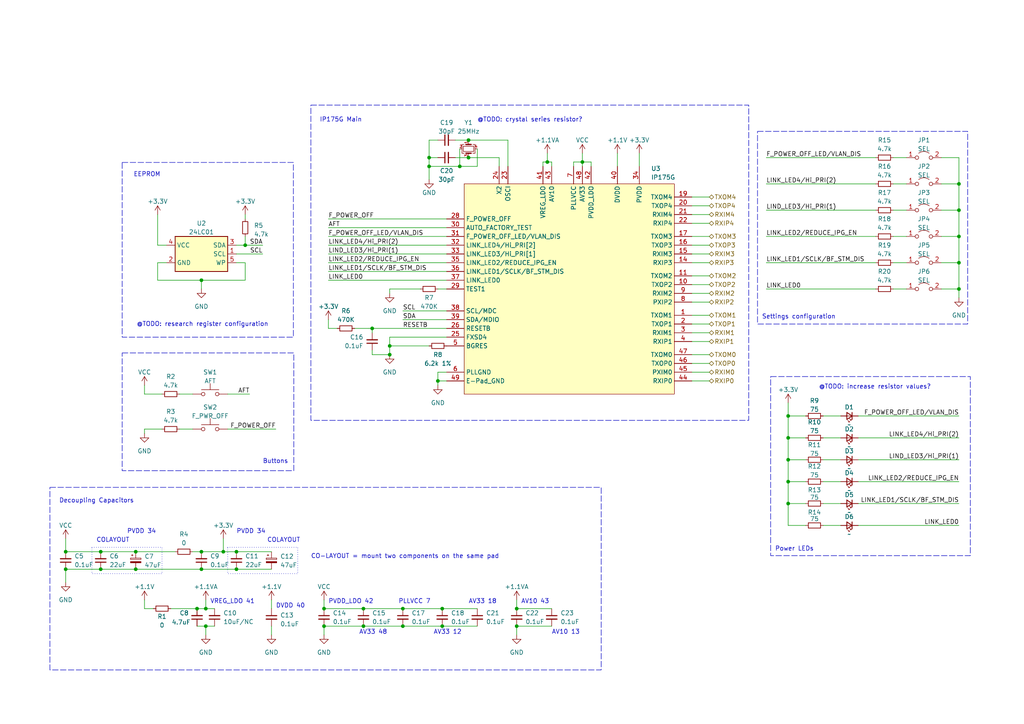
<source format=kicad_sch>
(kicad_sch (version 20230409) (generator eeschema)
  (paper "A4")
  (title_block (title "MUREX Ethernet Switch") (date "2023-09-01") (rev "V1.0") (company "MUREX Robotics [Byran Huang and Max Liu]") (comment 1 "utilizing the IC Plus IP175G and external magnetics") (comment 2 "Ultra-compact 5 port unmanaged ethernet switch") (comment 3 "// TECHNOLOGY FOR ALL.") (comment 4 "// ATTEMPT THE IMPOSSIBLE."))
  (lib_symbols
    (symbol "24-EEPROM-SOT-23-5:24LC01"
      (property "Reference" "U" (at -6.35 -6.35 0))
      (property "Value" "24LC01" (at 3.81 -6.35 0))
      (symbol "24LC01_1_1"
        (rectangle (start -7.62 5.08) (end 7.62 -5.08) (stroke (width 0.254)) (fill (type background)))
        (pin input line (at 10.16 0 180) (length 2.54) (name "SCL") (number "1"))
        (pin power_in line (at -10.16 -2.54 0) (length 2.54) (name "GND") (number "2"))
        (pin bidirectional line (at 10.16 2.54 180) (length 2.54) (name "SDA") (number "3"))
        (pin power_in line (at -10.16 2.54 0) (length 2.54) (name "VCC") (number "4"))
        (pin input line (at 10.16 -2.54 180) (length 2.54) (name "WP") (number "5"))
      )
    )
    (symbol "Device:C_Polarized_Small" (pin_numbers hide) (pin_names (offset 0.254) hide)
      (property "Reference" "C" (at 0.254 1.778 0))
      (property "Value" "C_Polarized_Small" (at 0.254 -2.032 0))
      (symbol "C_Polarized_Small_0_1"
        (rectangle (start -1.524 -0.3048) (end 1.524 -0.6858) (fill (type outline)))
        (rectangle (start -1.524 0.6858) (end 1.524 0.3048))
        (polyline (pts (xy -1.27 1.524) (xy -0.762 1.524)))
        (polyline (pts (xy -1.016 1.27) (xy -1.016 1.778)))
      )
      (symbol "C_Polarized_Small_1_1"
        (pin passive line (at 0 2.54 270) (length 1.8542) (name "~") (number "1"))
        (pin passive line (at 0 -2.54 90) (length 1.8542) (name "~") (number "2"))
      )
    )
    (symbol "Device:C_Small" (pin_numbers hide) (pin_names (offset 0.254) hide)
      (property "Reference" "C" (at 0.254 1.778 0))
      (property "Value" "C_Small" (at 0.254 -2.032 0))
      (symbol "C_Small_0_1"
        (polyline (pts (xy -1.524 -0.508) (xy 1.524 -0.508)) (stroke (width 0.3302)))
        (polyline (pts (xy -1.524 0.508) (xy 1.524 0.508)) (stroke (width 0.3048)))
      )
      (symbol "C_Small_1_1"
        (pin passive line (at 0 2.54 270) (length 2.032) (name "~") (number "1"))
        (pin passive line (at 0 -2.54 90) (length 2.032) (name "~") (number "2"))
      )
    )
    (symbol "Device:Crystal_GND24_Small" (pin_names (offset 1.016) hide)
      (property "Reference" "Y" (at 1.27 4.445 0))
      (property "Value" "Crystal_GND24_Small" (at 1.27 2.54 0))
      (symbol "Crystal_GND24_Small_0_1"
        (rectangle (start -0.762 -1.524) (end 0.762 1.524))
        (polyline (pts (xy -1.27 -0.762) (xy -1.27 0.762)) (stroke (width 0.381)))
        (polyline (pts (xy 1.27 -0.762) (xy 1.27 0.762)) (stroke (width 0.381)))
        (polyline (pts (xy -1.27 -1.27) (xy -1.27 -1.905) (xy 1.27 -1.905) (xy 1.27 -1.27)))
        (polyline (pts (xy -1.27 1.27) (xy -1.27 1.905) (xy 1.27 1.905) (xy 1.27 1.27)))
      )
      (symbol "Crystal_GND24_Small_1_1"
        (pin passive line (at -2.54 0 0) (length 1.27) (name "1") (number "1"))
        (pin passive line (at 0 -2.54 90) (length 0.635) (name "2") (number "2"))
        (pin passive line (at 2.54 0 180) (length 1.27) (name "3") (number "3"))
        (pin passive line (at 0 2.54 270) (length 0.635) (name "4") (number "4"))
      )
    )
    (symbol "Device:LED_Small" (pin_numbers hide) (pin_names (offset 0.254) hide)
      (property "Reference" "D" (at -1.27 3.175 0))
      (property "Value" "LED_Small" (at -4.445 -2.54 0))
      (symbol "LED_Small_0_1"
        (polyline (pts (xy -0.762 -1.016) (xy -0.762 1.016)) (stroke (width 0.254)))
        (polyline (pts (xy 1.016 0) (xy -0.762 0)))
        (polyline (pts (xy 0.762 -1.016) (xy -0.762 0) (xy 0.762 1.016) (xy 0.762 -1.016)) (stroke (width 0.254)))
        (polyline (pts (xy 0 0.762) (xy -0.508 1.27) (xy -0.254 1.27) (xy -0.508 1.27) (xy -0.508 1.016)))
        (polyline (pts (xy 0.508 1.27) (xy 0 1.778) (xy 0.254 1.778) (xy 0 1.778) (xy 0 1.524)))
      )
      (symbol "LED_Small_1_1"
        (pin passive line (at -2.54 0 0) (length 1.778) (name "K") (number "1"))
        (pin passive line (at 2.54 0 180) (length 1.778) (name "A") (number "2"))
      )
    )
    (symbol "Device:R_Small" (pin_numbers hide) (pin_names (offset 0.254) hide)
      (property "Reference" "R" (at 0.762 0.508 0))
      (property "Value" "R_Small" (at 0.762 -1.016 0))
      (symbol "R_Small_0_1"
        (rectangle (start -0.762 1.778) (end 0.762 -1.778) (stroke (width 0.2032)))
      )
      (symbol "R_Small_1_1"
        (pin passive line (at 0 2.54 270) (length 0.762) (name "~") (number "1"))
        (pin passive line (at 0 -2.54 90) (length 0.762) (name "~") (number "2"))
      )
    )
    (symbol "IP175G:IP175G"
      (property "Reference" "U" (at -29.21 31.75 0))
      (property "Value" "IP175G" (at 26.67 31.75 0))
      (symbol "IP175G_1_0"
        (pin unspecified line (at 35.56 -7.62 180) (length 5.08) (name "TXOM1") (number "1"))
        (pin unspecified line (at 35.56 1.27 180) (length 5.08) (name "TXOP2") (number "10"))
        (pin unspecified line (at 35.56 3.81 180) (length 5.08) (name "TXOM2") (number "11"))
        (pin passive line (at 3.81 35.56 270) (length 5.08) hide (name "AV33") (number "12"))
        (pin passive line (at -5.08 35.56 270) (length 5.08) hide (name "AV10") (number "13"))
        (pin unspecified line (at 35.56 7.62 180) (length 5.08) (name "RXIP3") (number "14"))
        (pin unspecified line (at 35.56 10.16 180) (length 5.08) (name "RXIM3") (number "15"))
        (pin unspecified line (at 35.56 12.7 180) (length 5.08) (name "TXOP3") (number "16"))
        (pin unspecified line (at 35.56 15.24 180) (length 5.08) (name "TXOM3") (number "17"))
        (pin passive line (at 3.81 35.56 270) (length 5.08) hide (name "AV33") (number "18"))
        (pin unspecified line (at 35.56 26.67 180) (length 5.08) (name "TXOM4") (number "19"))
        (pin unspecified line (at 35.56 -10.16 180) (length 5.08) (name "TXOP1") (number "2"))
        (pin unspecified line (at 35.56 24.13 180) (length 5.08) (name "TXOP4") (number "20"))
        (pin unspecified line (at 35.56 21.59 180) (length 5.08) (name "RXIM4") (number "21"))
        (pin unspecified line (at 35.56 19.05 180) (length 5.08) (name "RXIP4") (number "22"))
        (pin unspecified line (at -17.78 35.56 270) (length 5.08) (name "OSCI") (number "23"))
        (pin unspecified line (at -20.32 35.56 270) (length 5.08) (name "X2") (number "24"))
        (pin unspecified line (at -35.56 -13.97 0) (length 5.08) (name "FXSD4") (number "25"))
        (pin unspecified line (at -35.56 -11.43 0) (length 5.08) (name "RESETB") (number "26"))
        (pin passive line (at 13.97 35.56 270) (length 5.08) hide (name "DVDD") (number "27"))
        (pin unspecified line (at -35.56 20.32 0) (length 5.08) (name "F_POWER_OFF") (number "28"))
        (pin unspecified line (at -35.56 0 0) (length 5.08) (name "TEST1") (number "29"))
        (pin unspecified line (at 35.56 -12.7 180) (length 5.08) (name "RXIM1") (number "3"))
        (pin unspecified line (at -35.56 17.78 0) (length 5.08) (name "AUTO_FACTORY_TEST") (number "30"))
        (pin unspecified line (at -35.56 15.24 0) (length 5.08) (name "F_POWER_OFF_LED/VLAN_DIS") (number "31"))
        (pin unspecified line (at -35.56 12.7 0) (length 5.08) (name "LINK_LED4/Hi_PRI[2]") (number "32"))
        (pin unspecified line (at -35.56 10.16 0) (length 5.08) (name "LINK_LED3/Hi_PRI[1]") (number "33"))
        (pin unspecified line (at 20.32 35.56 270) (length 5.08) (name "PVDD") (number "34"))
        (pin unspecified line (at -35.56 7.62 0) (length 5.08) (name "LINK_LED2/REDUCE_IPG_EN") (number "35"))
        (pin unspecified line (at -35.56 5.08 0) (length 5.08) (name "LINK_LED1/SCLK/BF_STM_DIS") (number "36"))
        (pin unspecified line (at -35.56 2.54 0) (length 5.08) (name "LINK_LED0") (number "37"))
        (pin unspecified line (at -35.56 -6.35 0) (length 5.08) (name "SCL/MDC") (number "38"))
        (pin unspecified line (at -35.56 -8.89 0) (length 5.08) (name "SDA/MDIO") (number "39"))
        (pin unspecified line (at 35.56 -15.24 180) (length 5.08) (name "RXIP1") (number "4"))
        (pin unspecified line (at 13.97 35.56 270) (length 5.08) (name "DVDD") (number "40"))
        (pin unspecified line (at -7.62 35.56 270) (length 5.08) (name "VREG_LDO") (number "41"))
        (pin unspecified line (at 6.35 35.56 270) (length 5.08) (name "PVDD_LDO") (number "42"))
        (pin unspecified line (at -5.08 35.56 270) (length 5.08) (name "AV10") (number "43"))
        (pin unspecified line (at 35.56 -26.67 180) (length 5.08) (name "RXIP0") (number "44"))
        (pin unspecified line (at 35.56 -24.13 180) (length 5.08) (name "PXIM0") (number "45"))
        (pin unspecified line (at 35.56 -21.59 180) (length 5.08) (name "TXOP0") (number "46"))
        (pin unspecified line (at 35.56 -19.05 180) (length 5.08) (name "TXOM0") (number "47"))
        (pin unspecified line (at 3.81 35.56 270) (length 5.08) (name "AV33") (number "48"))
        (pin power_in line (at -35.56 -26.67 0) (length 5.08) (name "E-Pad_GND") (number "49"))
        (pin unspecified line (at -35.56 -16.51 0) (length 5.08) (name "BGRES") (number "5"))
        (pin unspecified line (at -35.56 -24.13 0) (length 5.08) (name "PLLGND") (number "6"))
        (pin unspecified line (at 1.27 35.56 270) (length 5.08) (name "PLLVCC") (number "7"))
        (pin unspecified line (at 35.56 -3.81 180) (length 5.08) (name "PXIP2") (number "8"))
        (pin unspecified line (at 35.56 -1.27 180) (length 5.08) (name "RXIM2") (number "9"))
      )
      (symbol "IP175G_1_1"
        (rectangle (start -30.48 30.48) (end 30.48 -30.48) (fill (type background)))
      )
    )
    (symbol "Jumper:Jumper_2_Open" (pin_names (offset 0) hide)
      (property "Reference" "JP" (at 0 2.794 0))
      (property "Value" "Jumper_2_Open" (at 0 -2.286 0))
      (symbol "Jumper_2_Open_0_0"
        (circle (center -2.032 0) (radius 0.508))
        (circle (center 2.032 0) (radius 0.508))
      )
      (symbol "Jumper_2_Open_0_1"
        (arc (start 1.524 1.27) (mid 0 1.778) (end -1.524 1.27))
      )
      (symbol "Jumper_2_Open_1_1"
        (pin passive line (at -5.08 0 0) (length 2.54) (name "A") (number "1"))
        (pin passive line (at 5.08 0 180) (length 2.54) (name "B") (number "2"))
      )
    )
    (symbol "Switch:SW_Push" (pin_numbers hide) (pin_names (offset 1.016) hide)
      (property "Reference" "SW" (at 1.27 2.54 0))
      (property "Value" "SW_Push" (at 0 -1.524 0))
      (symbol "SW_Push_0_1"
        (circle (center -2.032 0) (radius 0.508))
        (polyline (pts (xy 0 1.27) (xy 0 3.048)))
        (polyline (pts (xy 2.54 1.27) (xy -2.54 1.27)))
        (circle (center 2.032 0) (radius 0.508))
        (pin passive line (at -5.08 0 0) (length 2.54) (name "1") (number "1"))
        (pin passive line (at 5.08 0 180) (length 2.54) (name "2") (number "2"))
      )
    )
    (symbol "power:+1V1" (power) (pin_names (offset 0))
      (property "Value" "+1V1" (at 0 3.556 0))
      (symbol "+1V1_0_1"
        (polyline (pts (xy -0.762 1.27) (xy 0 2.54)))
        (polyline (pts (xy 0 0) (xy 0 2.54)))
        (polyline (pts (xy 0 2.54) (xy 0.762 1.27)))
      )
      (symbol "+1V1_1_1"
        (pin power_in line (at 0 0 90) (length 0) hide (name "+1V1") (number "1"))
      )
    )
    (symbol "power:+3.3V" (power) (pin_names (offset 0))
      (property "Value" "+3.3V" (at 0 3.556 0))
      (symbol "+3.3V_0_1"
        (polyline (pts (xy -0.762 1.27) (xy 0 2.54)))
        (polyline (pts (xy 0 0) (xy 0 2.54)))
        (polyline (pts (xy 0 2.54) (xy 0.762 1.27)))
      )
      (symbol "+3.3V_1_1"
        (pin power_in line (at 0 0 90) (length 0) hide (name "+3.3V") (number "1"))
      )
    )
    (symbol "power:GND" (power) (pin_names (offset 0))
      (property "Value" "GND" (at 0 -3.81 0))
      (symbol "GND_0_1"
        (polyline (pts (xy 0 0) (xy 0 -1.27) (xy 1.27 -1.27) (xy 0 -2.54) (xy -1.27 -1.27) (xy 0 -1.27)))
      )
      (symbol "GND_1_1"
        (pin power_in line (at 0 0 270) (length 0) hide (name "GND") (number "1"))
      )
    )
    (symbol "power:VCC" (power) (pin_names (offset 0))
      (property "Value" "VCC" (at 0 3.81 0))
      (symbol "VCC_0_1"
        (polyline (pts (xy -0.762 1.27) (xy 0 2.54)))
        (polyline (pts (xy 0 0) (xy 0 2.54)))
        (polyline (pts (xy 0 2.54) (xy 0.762 1.27)))
      )
      (symbol "VCC_1_1"
        (pin power_in line (at 0 0 90) (length 0) hide (name "VCC") (number "1"))
      )
    )
  )
  (junction (at 278.13 68.58))
  (junction (at 228.6 127))
  (junction (at 228.6 139.7))
  (junction (at 105.41 181.61))
  (junction (at 39.37 165.1))
  (junction (at 59.69 176.53))
  (junction (at 149.86 176.53))
  (junction (at 113.03 100.33))
  (junction (at 29.21 160.02))
  (junction (at 93.98 181.61))
  (junction (at 68.58 160.02))
  (junction (at 68.58 165.1))
  (junction (at 278.13 60.96))
  (junction (at 71.12 71.12))
  (junction (at 228.6 120.65))
  (junction (at 168.91 46.99))
  (junction (at 57.15 176.53))
  (junction (at 116.84 181.61))
  (junction (at 278.13 76.2))
  (junction (at 124.46 48.26))
  (junction (at 128.27 181.61))
  (junction (at 107.95 95.25))
  (junction (at 228.6 133.35))
  (junction (at 135.89 45.72))
  (junction (at 124.46 45.72))
  (junction (at 105.41 176.53))
  (junction (at 149.86 181.61))
  (junction (at 58.42 165.1))
  (junction (at 228.6 146.05))
  (junction (at 39.37 160.02))
  (junction (at 278.13 53.34))
  (junction (at 58.42 160.02))
  (junction (at 158.75 46.99))
  (junction (at 133.35 48.26))
  (junction (at 19.05 160.02))
  (junction (at 135.89 40.64))
  (junction (at 128.27 176.53))
  (junction (at 127 110.49))
  (junction (at 58.42 81.28))
  (junction (at 113.03 102.87))
  (junction (at 93.98 176.53))
  (junction (at 59.69 181.61))
  (junction (at 278.13 83.82))
  (junction (at 116.84 176.53))
  (junction (at 64.77 160.02))
  (junction (at 29.21 165.1))
  (junction (at 19.05 165.1))
  (wire (pts (xy 116.84 181.61) (xy 128.27 181.61)))
  (wire (pts (xy 171.45 46.99) (xy 171.45 48.26)))
  (wire (pts (xy 124.46 45.72) (xy 127 45.72)))
  (wire (pts (xy 71.12 76.2) (xy 68.58 76.2)))
  (wire (pts (xy 248.92 120.65) (xy 278.13 120.65)))
  (wire (pts (xy 95.25 78.74) (xy 129.54 78.74)))
  (wire (pts (xy 135.89 40.64) (xy 147.32 40.64)))
  (wire (pts (xy 107.95 95.25) (xy 129.54 95.25)))
  (wire (pts (xy 205.74 96.52) (xy 200.66 96.52)))
  (wire (pts (xy 127 40.64) (xy 124.46 40.64)))
  (wire (pts (xy 66.04 114.3) (xy 72.39 114.3)))
  (wire (pts (xy 228.6 127) (xy 233.68 127)))
  (wire (pts (xy 132.08 40.64) (xy 135.89 40.64)))
  (wire (pts (xy 179.07 44.45) (xy 179.07 48.26)))
  (wire (pts (xy 133.35 43.18) (xy 133.35 48.26)))
  (wire (pts (xy 205.74 73.66) (xy 200.66 73.66)))
  (wire (pts (xy 45.72 76.2) (xy 45.72 81.28)))
  (wire (pts (xy 168.91 46.99) (xy 171.45 46.99)))
  (wire (pts (xy 58.42 81.28) (xy 71.12 81.28)))
  (wire (pts (xy 273.05 53.34) (xy 278.13 53.34)))
  (wire (pts (xy 166.37 46.99) (xy 168.91 46.99)))
  (wire (pts (xy 107.95 102.87) (xy 113.03 102.87)))
  (wire (pts (xy 29.21 165.1) (xy 39.37 165.1)))
  (wire (pts (xy 116.84 176.53) (xy 128.27 176.53)))
  (wire (pts (xy 41.91 125.73) (xy 41.91 124.46)))
  (wire (pts (xy 129.54 83.82) (xy 127 83.82)))
  (wire (pts (xy 273.05 76.2) (xy 278.13 76.2)))
  (wire (pts (xy 205.74 87.63) (xy 200.66 87.63)))
  (wire (pts (xy 133.35 48.26) (xy 138.43 48.26)))
  (wire (pts (xy 113.03 83.82) (xy 113.03 85.09)))
  (wire (pts (xy 59.69 181.61) (xy 62.23 181.61)))
  (wire (pts (xy 57.15 176.53) (xy 59.69 176.53)))
  (wire (pts (xy 102.87 95.25) (xy 107.95 95.25)))
  (wire (pts (xy 205.74 110.49) (xy 200.66 110.49)))
  (wire (pts (xy 205.74 57.15) (xy 200.66 57.15)))
  (wire (pts (xy 39.37 160.02) (xy 50.8 160.02)))
  (wire (pts (xy 49.53 176.53) (xy 57.15 176.53)))
  (wire (pts (xy 144.78 45.72) (xy 144.78 48.26)))
  (wire (pts (xy 205.74 102.87) (xy 200.66 102.87)))
  (wire (pts (xy 228.6 152.4) (xy 233.68 152.4)))
  (wire (pts (xy 205.74 80.01) (xy 200.66 80.01)))
  (wire (pts (xy 185.42 44.45) (xy 185.42 48.26)))
  (wire (pts (xy 71.12 71.12) (xy 76.2 71.12)))
  (wire (pts (xy 238.76 133.35) (xy 243.84 133.35)))
  (wire (pts (xy 71.12 68.58) (xy 71.12 71.12)))
  (wire (pts (xy 59.69 184.15) (xy 59.69 181.61)))
  (wire (pts (xy 259.08 45.72) (xy 262.89 45.72)))
  (wire (pts (xy 135.89 45.72) (xy 144.78 45.72)))
  (wire (pts (xy 59.69 176.53) (xy 62.23 176.53)))
  (wire (pts (xy 205.74 64.77) (xy 200.66 64.77)))
  (wire (pts (xy 95.25 92.71) (xy 95.25 95.25)))
  (wire (pts (xy 95.25 73.66) (xy 129.54 73.66)))
  (wire (pts (xy 66.04 124.46) (xy 80.01 124.46)))
  (wire (pts (xy 259.08 76.2) (xy 262.89 76.2)))
  (wire (pts (xy 113.03 97.79) (xy 113.03 100.33)))
  (wire (pts (xy 228.6 146.05) (xy 233.68 146.05)))
  (wire (pts (xy 41.91 111.76) (xy 41.91 114.3)))
  (wire (pts (xy 168.91 44.45) (xy 168.91 46.99)))
  (wire (pts (xy 19.05 165.1) (xy 29.21 165.1)))
  (wire (pts (xy 228.6 139.7) (xy 228.6 146.05)))
  (wire (pts (xy 259.08 60.96) (xy 262.89 60.96)))
  (wire (pts (xy 129.54 107.95) (xy 127 107.95)))
  (wire (pts (xy 248.92 152.4) (xy 278.13 152.4)))
  (wire (pts (xy 248.92 146.05) (xy 278.13 146.05)))
  (wire (pts (xy 113.03 102.87) (xy 113.03 100.33)))
  (wire (pts (xy 248.92 127) (xy 278.13 127)))
  (wire (pts (xy 78.74 173.99) (xy 78.74 176.53)))
  (wire (pts (xy 41.91 173.99) (xy 41.91 176.53)))
  (wire (pts (xy 58.42 160.02) (xy 64.77 160.02)))
  (wire (pts (xy 68.58 160.02) (xy 78.74 160.02)))
  (wire (pts (xy 52.07 124.46) (xy 55.88 124.46)))
  (wire (pts (xy 105.41 181.61) (xy 116.84 181.61)))
  (wire (pts (xy 129.54 97.79) (xy 113.03 97.79)))
  (wire (pts (xy 205.74 82.55) (xy 200.66 82.55)))
  (wire (pts (xy 124.46 40.64) (xy 124.46 45.72)))
  (wire (pts (xy 205.74 68.58) (xy 200.66 68.58)))
  (wire (pts (xy 95.25 63.5) (xy 129.54 63.5)))
  (wire (pts (xy 205.74 62.23) (xy 200.66 62.23)))
  (wire (pts (xy 59.69 173.99) (xy 59.69 176.53)))
  (wire (pts (xy 71.12 81.28) (xy 71.12 76.2)))
  (wire (pts (xy 129.54 92.71) (xy 116.84 92.71)))
  (wire (pts (xy 95.25 71.12) (xy 129.54 71.12)))
  (wire (pts (xy 205.74 76.2) (xy 200.66 76.2)))
  (wire (pts (xy 129.54 90.17) (xy 116.84 90.17)))
  (wire (pts (xy 68.58 73.66) (xy 76.2 73.66)))
  (wire (pts (xy 228.6 120.65) (xy 228.6 127)))
  (wire (pts (xy 57.15 181.61) (xy 59.69 181.61)))
  (wire (pts (xy 238.76 127) (xy 243.84 127)))
  (wire (pts (xy 121.92 83.82) (xy 113.03 83.82)))
  (wire (pts (xy 160.02 46.99) (xy 160.02 48.26)))
  (wire (pts (xy 228.6 133.35) (xy 228.6 139.7)))
  (wire (pts (xy 19.05 156.21) (xy 19.05 160.02)))
  (wire (pts (xy 105.41 176.53) (xy 116.84 176.53)))
  (wire (pts (xy 278.13 53.34) (xy 278.13 60.96)))
  (wire (pts (xy 222.25 68.58) (xy 254 68.58)))
  (wire (pts (xy 127 107.95) (xy 127 110.49)))
  (wire (pts (xy 58.42 165.1) (xy 68.58 165.1)))
  (wire (pts (xy 95.25 95.25) (xy 97.79 95.25)))
  (wire (pts (xy 222.25 45.72) (xy 254 45.72)))
  (wire (pts (xy 107.95 102.87) (xy 107.95 101.6)))
  (wire (pts (xy 205.74 107.95) (xy 200.66 107.95)))
  (wire (pts (xy 107.95 95.25) (xy 107.95 96.52)))
  (wire (pts (xy 259.08 53.34) (xy 262.89 53.34)))
  (wire (pts (xy 41.91 124.46) (xy 46.99 124.46)))
  (wire (pts (xy 158.75 44.45) (xy 158.75 46.99)))
  (wire (pts (xy 41.91 114.3) (xy 46.99 114.3)))
  (wire (pts (xy 93.98 184.15) (xy 93.98 181.61)))
  (wire (pts (xy 238.76 120.65) (xy 243.84 120.65)))
  (wire (pts (xy 238.76 146.05) (xy 243.84 146.05)))
  (wire (pts (xy 205.74 93.98) (xy 200.66 93.98)))
  (wire (pts (xy 95.25 81.28) (xy 129.54 81.28)))
  (wire (pts (xy 64.77 156.21) (xy 64.77 160.02)))
  (wire (pts (xy 205.74 105.41) (xy 200.66 105.41)))
  (wire (pts (xy 228.6 139.7) (xy 233.68 139.7)))
  (wire (pts (xy 128.27 176.53) (xy 138.43 176.53)))
  (wire (pts (xy 29.21 160.02) (xy 39.37 160.02)))
  (wire (pts (xy 64.77 160.02) (xy 68.58 160.02)))
  (wire (pts (xy 124.46 52.07) (xy 124.46 48.26)))
  (wire (pts (xy 248.92 139.7) (xy 278.13 139.7)))
  (wire (pts (xy 127 110.49) (xy 129.54 110.49)))
  (wire (pts (xy 71.12 63.5) (xy 71.12 62.23)))
  (wire (pts (xy 278.13 60.96) (xy 278.13 68.58)))
  (wire (pts (xy 68.58 71.12) (xy 71.12 71.12)))
  (wire (pts (xy 228.6 120.65) (xy 233.68 120.65)))
  (wire (pts (xy 93.98 176.53) (xy 105.41 176.53)))
  (wire (pts (xy 52.07 114.3) (xy 55.88 114.3)))
  (wire (pts (xy 19.05 165.1) (xy 19.05 168.91)))
  (wire (pts (xy 68.58 165.1) (xy 78.74 165.1)))
  (wire (pts (xy 278.13 68.58) (xy 278.13 76.2)))
  (wire (pts (xy 157.48 46.99) (xy 158.75 46.99)))
  (wire (pts (xy 278.13 76.2) (xy 278.13 83.82)))
  (wire (pts (xy 55.88 160.02) (xy 58.42 160.02)))
  (wire (pts (xy 149.86 176.53) (xy 160.02 176.53)))
  (wire (pts (xy 273.05 83.82) (xy 278.13 83.82)))
  (wire (pts (xy 149.86 184.15) (xy 149.86 181.61)))
  (wire (pts (xy 124.46 48.26) (xy 133.35 48.26)))
  (wire (pts (xy 205.74 85.09) (xy 200.66 85.09)))
  (wire (pts (xy 132.08 45.72) (xy 135.89 45.72)))
  (wire (pts (xy 124.46 100.33) (xy 113.03 100.33)))
  (wire (pts (xy 93.98 173.99) (xy 93.98 176.53)))
  (wire (pts (xy 228.6 127) (xy 228.6 133.35)))
  (wire (pts (xy 222.25 83.82) (xy 254 83.82)))
  (wire (pts (xy 58.42 83.82) (xy 58.42 81.28)))
  (wire (pts (xy 158.75 46.99) (xy 160.02 46.99)))
  (wire (pts (xy 95.25 68.58) (xy 129.54 68.58)))
  (wire (pts (xy 45.72 71.12) (xy 48.26 71.12)))
  (wire (pts (xy 278.13 45.72) (xy 278.13 53.34)))
  (wire (pts (xy 127 110.49) (xy 127 111.76)))
  (wire (pts (xy 128.27 181.61) (xy 138.43 181.61)))
  (wire (pts (xy 273.05 60.96) (xy 278.13 60.96)))
  (wire (pts (xy 228.6 133.35) (xy 233.68 133.35)))
  (wire (pts (xy 45.72 76.2) (xy 48.26 76.2)))
  (wire (pts (xy 205.74 91.44) (xy 200.66 91.44)))
  (wire (pts (xy 259.08 83.82) (xy 262.89 83.82)))
  (wire (pts (xy 228.6 146.05) (xy 228.6 152.4)))
  (wire (pts (xy 149.86 173.99) (xy 149.86 176.53)))
  (wire (pts (xy 205.74 71.12) (xy 200.66 71.12)))
  (wire (pts (xy 45.72 81.28) (xy 58.42 81.28)))
  (wire (pts (xy 93.98 181.61) (xy 105.41 181.61)))
  (wire (pts (xy 222.25 76.2) (xy 254 76.2)))
  (wire (pts (xy 147.32 40.64) (xy 147.32 48.26)))
  (wire (pts (xy 78.74 184.15) (xy 78.74 181.61)))
  (wire (pts (xy 222.25 53.34) (xy 254 53.34)))
  (wire (pts (xy 248.92 133.35) (xy 278.13 133.35)))
  (wire (pts (xy 45.72 62.23) (xy 45.72 71.12)))
  (wire (pts (xy 166.37 48.26) (xy 166.37 46.99)))
  (wire (pts (xy 41.91 176.53) (xy 44.45 176.53)))
  (wire (pts (xy 238.76 139.7) (xy 243.84 139.7)))
  (wire (pts (xy 259.08 68.58) (xy 262.89 68.58)))
  (wire (pts (xy 238.76 152.4) (xy 243.84 152.4)))
  (wire (pts (xy 95.25 76.2) (xy 129.54 76.2)))
  (wire (pts (xy 138.43 43.18) (xy 138.43 48.26)))
  (wire (pts (xy 168.91 46.99) (xy 168.91 48.26)))
  (wire (pts (xy 149.86 181.61) (xy 160.02 181.61)))
  (wire (pts (xy 157.48 48.26) (xy 157.48 46.99)))
  (wire (pts (xy 124.46 45.72) (xy 124.46 48.26)))
  (wire (pts (xy 39.37 165.1) (xy 58.42 165.1)))
  (wire (pts (xy 278.13 83.82) (xy 278.13 86.36)))
  (wire (pts (xy 95.25 66.04) (xy 129.54 66.04)))
  (wire (pts (xy 228.6 116.84) (xy 228.6 120.65)))
  (wire (pts (xy 205.74 99.06) (xy 200.66 99.06)))
  (wire (pts (xy 273.05 68.58) (xy 278.13 68.58)))
  (wire (pts (xy 19.05 160.02) (xy 29.21 160.02)))
  (wire (pts (xy 222.25 60.96) (xy 254 60.96)))
  (wire (pts (xy 273.05 45.72) (xy 278.13 45.72)))
  (wire (pts (xy 205.74 59.69) (xy 200.66 59.69)))
  (rectangle (start 223.52 109.22) (end 281.432 161.163) (stroke (width 0) (type dash)))
  (rectangle (start 219.71 38.1) (end 280.67 93.98) (stroke (width 0) (type dash)))
  (rectangle (start 14.478 141.351) (end 174.371 194.31) (stroke (width 0) (type dash)))
  (rectangle (start 35.433 102.362) (end 85.217 136.525) (stroke (width 0) (type dash)))
  (rectangle (start 90.17 30.48) (end 217.17 121.92) (stroke (width 0) (type dash)))
  (rectangle (start 26.67 158.75) (end 46.99 166.37) (stroke (width 0) (type dot)))
  (rectangle (start 35.433 47.117) (end 85.09 97.79) (stroke (width 0) (type dash)))
  (rectangle (start 66.04 158.75) (end 86.36 166.37) (stroke (width 0) (type dot)))
  (text "AV33 12" (at 125.73 184.15 0) (effects (font (size 1.27 1.27)) (justify left bottom)))
  (text "PVDD 34" (at 68.58 154.94 0) (effects (font (size 1.27 1.27)) (justify left bottom)))
  (text "PLLVCC 7" (at 115.57 175.26 0) (effects (font (size 1.27 1.27)) (justify left bottom)))
  (text "EEPROM" (at 38.735 51.435 0) (effects (font (size 1.27 1.27)) (justify left bottom)))
  (text "Decoupling Capacitors" (at 17.145 146.05 0) (effects (font (size 1.27 1.27)) (justify left bottom)))
  (text "DVDD 40" (at 80.01 176.53 0) (effects (font (size 1.27 1.27)) (justify left bottom)))
  (text "Settings configuration" (at 220.98 92.71 0) (effects (font (size 1.27 1.27)) (justify left bottom)))
  (text "Power LEDs" (at 224.79 160.02 0) (effects (font (size 1.27 1.27)) (justify left bottom)))
  (text "VREG_LDO 41" (at 60.96 175.26 0) (effects (font (size 1.27 1.27)) (justify left bottom)))
  (text "Buttons" (at 76.2 134.62 0) (effects (font (size 1.27 1.27)) (justify left bottom)))
  (text "AV33 18" (at 135.89 175.26 0) (effects (font (size 1.27 1.27)) (justify left bottom)))
  (text "PVDD_LDO 42" (at 95.25 175.26 0) (effects (font (size 1.27 1.27)) (justify left bottom)))
  (text "AV10 43" (at 151.13 175.26 0) (effects (font (size 1.27 1.27)) (justify left bottom)))
  (text "@TODO: research register configuration" (at 39.624 94.869 0) (effects (font (size 1.27 1.27)) (justify left bottom)))
  (text "@TODO: increase resistor values?" (at 237.49 113.03 0) (effects (font (size 1.27 1.27)) (justify left bottom)))
  (text "AV33 48" (at 104.14 184.15 0) (effects (font (size 1.27 1.27)) (justify left bottom)))
  (text "CO-LAYOUT = mount two components on the same pad" (at 90.17 162.179 0) (effects (font (size 1.27 1.27)) (justify left bottom)))
  (text "@TODO: crystal series resistor?" (at 138.43 35.56 0) (effects (font (size 1.27 1.27)) (justify left bottom)))
  (text "COLAYOUT" (at 77.47 157.48 0) (effects (font (size 1.27 1.27)) (justify left bottom)))
  (text "IP175G Main" (at 92.71 35.56 0) (effects (font (size 1.27 1.27)) (justify left bottom)))
  (text "COLAYOUT" (at 27.94 157.48 0) (effects (font (size 1.27 1.27)) (justify left bottom)))
  (text "AV10 13" (at 160.02 184.15 0) (effects (font (size 1.27 1.27)) (justify left bottom)))
  (text "PVDD 34" (at 36.83 154.94 0) (effects (font (size 1.27 1.27)) (justify left bottom)))
  (label "SCL" (at 116.84 90.17 0))
  (label "LINK_LED0" (at 95.25 81.28 0))
  (label "LINK_LED1{slash}SCLK{slash}BF_STM_DIS" (at 278.13 146.05 180))
  (label "SDA" (at 76.2 71.12 180))
  (label "F_POWER_OFF" (at 95.25 63.5 0))
  (label "RESETB" (at 116.84 95.25 0))
  (label "LINK_LED4{slash}Hi_PRI(2)" (at 95.25 71.12 0))
  (label "LINK_LED2{slash}REDUCE_IPG_EN" (at 278.13 139.7 180))
  (label "LINK_LED1{slash}SCLK{slash}BF_STM_DIS" (at 95.25 78.74 0))
  (label "F_POWER_OFF_LED{slash}VLAN_DIS" (at 222.25 45.72 0))
  (label "LINK_LED1{slash}SCLK{slash}BF_STM_DIS" (at 222.25 76.2 0))
  (label "SDA" (at 116.84 92.71 0))
  (label "LINK_LED0" (at 222.25 83.82 0))
  (label "F_POWER_OFF_LED{slash}VLAN_DIS" (at 278.13 120.65 180))
  (label "F_POWER_OFF_LED{slash}VLAN_DIS" (at 95.25 68.58 0))
  (label "F_POWER_OFF" (at 80.01 124.46 180))
  (label "LINK_LED2{slash}REDUCE_IPG_EN" (at 222.25 68.58 0))
  (label "LINK_LED4{slash}Hi_PRI(2)" (at 278.13 127 180))
  (label "LINK_LED4{slash}Hi_PRI(2)" (at 222.25 53.34 0))
  (label "SCL" (at 76.2 73.66 180))
  (label "AFT" (at 95.25 66.04 0))
  (label "LIND_LED3{slash}Hi_PRI(1)" (at 278.13 133.35 180))
  (label "LIND_LED3{slash}Hi_PRI(1)" (at 95.25 73.66 0))
  (label "AFT" (at 72.39 114.3 180))
  (label "LINK_LED2{slash}REDUCE_IPG_EN" (at 95.25 76.2 0))
  (label "LINK_LED0" (at 278.13 152.4 180))
  (label "LIND_LED3{slash}Hi_PRI(1)" (at 222.25 60.96 0))
  (hierarchical_label "TXOM3" (shape bidirectional) (at 205.74 68.58 0))
  (hierarchical_label "RXIP4" (shape bidirectional) (at 205.74 64.77 0))
  (hierarchical_label "RXIM4" (shape bidirectional) (at 205.74 62.23 0))
  (hierarchical_label "TXOM2" (shape bidirectional) (at 205.74 80.01 0))
  (hierarchical_label "RXIP3" (shape bidirectional) (at 205.74 76.2 0))
  (hierarchical_label "TXOM0" (shape bidirectional) (at 205.74 102.87 0))
  (hierarchical_label "TXOP2" (shape bidirectional) (at 205.74 82.55 0))
  (hierarchical_label "RXIM2" (shape bidirectional) (at 205.74 85.09 0))
  (hierarchical_label "RXIP1" (shape bidirectional) (at 205.74 99.06 0))
  (hierarchical_label "TXOP0" (shape bidirectional) (at 205.74 105.41 0))
  (hierarchical_label "TXOP1" (shape bidirectional) (at 205.74 93.98 0))
  (hierarchical_label "RXIM0" (shape bidirectional) (at 205.74 107.95 0))
  (hierarchical_label "TXOP3" (shape bidirectional) (at 205.74 71.12 0))
  (hierarchical_label "TXOM1" (shape bidirectional) (at 205.74 91.44 0))
  (hierarchical_label "TXOM4" (shape bidirectional) (at 205.74 57.15 0))
  (hierarchical_label "RXIM1" (shape bidirectional) (at 205.74 96.52 0))
  (hierarchical_label "RXIM3" (shape bidirectional) (at 205.74 73.66 0))
  (hierarchical_label "RXIP0" (shape bidirectional) (at 205.74 110.49 0))
  (hierarchical_label "RXIP2" (shape bidirectional) (at 205.74 87.63 0))
  (hierarchical_label "TXOP4" (shape bidirectional) (at 205.74 59.69 0))
  (symbol (lib_id "Device:C_Small") (at 78.74 179.07 0) (unit 1)
    (property "Reference" "C13" (at 81.28 178.4413 0) (effects (justify left)))
    (property "Value" "0.1uF" (at 81.28 180.9813 0) (effects (justify left)))
    (property "Footprint" "Capacitor_SMD:C_0402_1005Metric" (effects hide))
  )
  (symbol (lib_id "power:GND") (at 93.98 184.15 0) (unit 1)
    (property "Reference" "#PWR019" (effects hide))
    (property "Value" "GND" (at 93.98 189.23 0))
  )
  (symbol (lib_id "24-EEPROM-SOT-23-5:24LC01") (at 58.42 73.66 0) (unit 1)
    (property "Reference" "U2" (at 58.42 64.77 0))
    (property "Value" "24LC01" (at 58.42 67.31 0))
    (property "Footprint" "Package_TO_SOT_SMD:SOT-23-5" (effects hide))
  )
  (symbol (lib_id "Device:R_Small") (at 236.22 120.65 90) (unit 1)
    (property "Reference" "R9" (at 236.22 116.205 90))
    (property "Value" "75" (at 236.22 118.745 90))
    (property "Footprint" "Resistor_SMD:R_0402_1005Metric" (effects hide))
  )
  (symbol (lib_id "Device:C_Small") (at 68.58 162.56 180) (unit 1)
    (property "Reference" "C11" (at 71.12 161.29 0) (effects (justify right)))
    (property "Value" "22uF" (at 71.12 163.83 0) (effects (justify right)))
    (property "Footprint" "Capacitor_SMD:C_0402_1005Metric" (effects hide))
  )
  (symbol (lib_id "power:VCC") (at 93.98 173.99 0) (unit 1)
    (property "Reference" "#PWR018" (effects hide))
    (property "Value" "VCC" (at 93.98 170.18 0))
  )
  (symbol (lib_id "Device:C_Small") (at 57.15 179.07 180) (unit 1)
    (property "Reference" "C8" (at 52.07 177.8 0) (effects (justify right)))
    (property "Value" "4.7uF" (at 49.784 180.467 0) (effects (justify right)))
    (property "Footprint" "Capacitor_SMD:C_0402_1005Metric" (effects hide))
  )
  (symbol (lib_id "Jumper:Jumper_2_Open") (at 267.97 60.96 0) (unit 1)
    (property "Reference" "JP3" (at 267.97 55.88 0))
    (property "Value" "SEL" (at 267.97 58.42 0))
    (property "Footprint" "Jumper:SolderJumper-2_P1.3mm_Open_Pad1.0x1.5mm" (effects hide))
  )
  (symbol (lib_id "Jumper:Jumper_2_Open") (at 267.97 83.82 0) (unit 1)
    (property "Reference" "JP6" (at 267.97 78.74 0))
    (property "Value" "SEL" (at 267.97 81.28 0))
    (property "Footprint" "Jumper:SolderJumper-2_P1.3mm_Open_Pad1.0x1.5mm" (effects hide))
  )
  (symbol (lib_id "Jumper:Jumper_2_Open") (at 267.97 68.58 0) (unit 1)
    (property "Reference" "JP4" (at 267.97 63.5 0))
    (property "Value" "SEL" (at 267.97 66.04 0))
    (property "Footprint" "Jumper:SolderJumper-2_P1.3mm_Open_Pad1.0x1.5mm" (effects hide))
  )
  (symbol (lib_id "Device:C_Small") (at 160.02 179.07 0) (unit 1)
    (property "Reference" "C23" (at 162.56 177.8 0) (effects (justify left)))
    (property "Value" "0.1uF" (at 162.56 180.34 0) (effects (justify left)))
    (property "Footprint" "Capacitor_SMD:C_0402_1005Metric" (effects hide))
  )
  (symbol (lib_id "Switch:SW_Push") (at 60.96 114.3 0) (unit 1)
    (property "Reference" "SW1" (at 60.96 107.95 0))
    (property "Value" "AFT" (at 60.96 110.49 0))
    (property "Footprint" "6MM SW SLIM:SW_PUSH_6mm_SLIM" (effects hide))
  )
  (symbol (lib_id "Device:LED_Small") (at 246.38 152.4 180) (unit 1)
    (property "Reference" "D6" (at 246.3165 149.86 0))
    (property "Value" "~" (at 246.3165 154.94 0))
    (property "Footprint" "LED_SMD:LED_0603_1608Metric" (effects hide))
  )
  (symbol (lib_id "Device:C_Small") (at 107.95 99.06 180) (unit 1)
    (property "Reference" "C16" (at 105.41 97.79 0) (effects (justify left)))
    (property "Value" "0.1uF" (at 105.41 100.33 0) (effects (justify left)))
    (property "Footprint" "Capacitor_SMD:C_0402_1005Metric" (effects hide))
  )
  (symbol (lib_id "Device:LED_Small") (at 246.38 120.65 180) (unit 1)
    (property "Reference" "D1" (at 246.3165 118.11 0))
    (property "Value" "~" (at 246.3165 123.19 0))
    (property "Footprint" "LED_SMD:LED_0603_1608Metric" (effects hide))
  )
  (symbol (lib_id "power:GND") (at 41.91 125.73 0) (unit 1)
    (property "Reference" "#PWR08" (effects hide))
    (property "Value" "GND" (at 41.91 130.81 0))
  )
  (symbol (lib_id "power:VCC") (at 19.05 156.21 0) (unit 1)
    (property "Reference" "#PWR05" (effects hide))
    (property "Value" "VCC" (at 19.05 152.4 0))
  )
  (symbol (lib_id "Device:C_Small") (at 116.84 179.07 0) (unit 1)
    (property "Reference" "C17" (at 119.38 177.8 0) (effects (justify left)))
    (property "Value" "0.1uF" (at 119.38 180.34 0) (effects (justify left)))
    (property "Footprint" "Capacitor_SMD:C_0402_1005Metric" (effects hide))
  )
  (symbol (lib_id "Device:C_Small") (at 19.05 162.56 180) (unit 1)
    (property "Reference" "C5" (at 21.59 161.29 0) (effects (justify right)))
    (property "Value" "0.1uF" (at 21.59 163.83 0) (effects (justify right)))
    (property "Footprint" "Capacitor_SMD:C_0402_1005Metric" (effects hide))
  )
  (symbol (lib_id "power:GND") (at 127 111.76 0) (unit 1)
    (property "Reference" "#PWR024" (effects hide))
    (property "Value" "GND" (at 127 116.84 0))
  )
  (symbol (lib_id "power:+3.3V") (at 185.42 44.45 0) (unit 1)
    (property "Reference" "#PWR030" (effects hide))
    (property "Value" "+3.3V" (at 185.42 40.64 0))
  )
  (symbol (lib_id "power:GND") (at 58.42 83.82 0) (unit 1)
    (property "Reference" "#PWR011" (effects hide))
    (property "Value" "GND" (at 58.42 88.9 0))
  )
  (symbol (lib_id "Device:R_Small") (at 236.22 133.35 90) (unit 1)
    (property "Reference" "R11" (at 236.22 129.032 90))
    (property "Value" "75" (at 236.22 131.572 90))
    (property "Footprint" "Resistor_SMD:R_0402_1005Metric" (effects hide))
  )
  (symbol (lib_id "power:GND") (at 278.13 86.36 0) (unit 1)
    (property "Reference" "#PWR032" (effects hide))
    (property "Value" "GND" (at 278.13 91.44 0))
  )
  (symbol (lib_id "Device:R_Small") (at 256.54 76.2 90) (unit 1)
    (property "Reference" "R19" (at 256.54 71.12 90))
    (property "Value" "4.7k" (at 256.54 73.66 90))
    (property "Footprint" "Resistor_SMD:R_0402_1005Metric" (effects hide))
  )
  (symbol (lib_id "Device:R_Small") (at 256.54 68.58 90) (unit 1)
    (property "Reference" "R18" (at 256.54 63.5 90))
    (property "Value" "4.7k" (at 256.54 66.04 90))
    (property "Footprint" "Resistor_SMD:R_0402_1005Metric" (effects hide))
  )
  (symbol (lib_id "power:+1V1") (at 158.75 44.45 0) (unit 1)
    (property "Reference" "#PWR027" (effects hide))
    (property "Value" "+1.1VA" (at 158.75 40.64 0))
  )
  (symbol (lib_id "power:+1V1") (at 179.07 44.45 0) (unit 1)
    (property "Reference" "#PWR029" (effects hide))
    (property "Value" "+1.1V" (at 179.07 40.64 0))
  )
  (symbol (lib_id "Device:C_Small") (at 129.54 45.72 90) (unit 1)
    (property "Reference" "C20" (at 129.54 49.53 90))
    (property "Value" "30pF" (at 129.54 52.07 90))
    (property "Footprint" "Capacitor_SMD:C_0402_1005Metric" (effects hide))
  )
  (symbol (lib_id "power:+1V1") (at 41.91 173.99 0) (unit 1)
    (property "Reference" "#PWR09" (effects hide))
    (property "Value" "+1.1V" (at 41.91 170.18 0))
  )
  (symbol (lib_id "Device:R_Small") (at 256.54 53.34 90) (unit 1)
    (property "Reference" "R16" (at 256.54 48.26 90))
    (property "Value" "4.7k" (at 256.54 50.8 90))
    (property "Footprint" "Resistor_SMD:R_0402_1005Metric" (effects hide))
  )
  (symbol (lib_id "Device:Crystal_GND24_Small") (at 135.89 43.18 270) (unit 1)
    (property "Reference" "Y1" (at 135.89 35.56 90))
    (property "Value" "25MHz" (at 135.89 38.1 90))
    (property "Footprint" "Crystal:Crystal_SMD_3225-4Pin_3.2x2.5mm" (effects hide))
  )
  (symbol (lib_id "Device:LED_Small") (at 246.38 127 180) (unit 1)
    (property "Reference" "D2" (at 246.3165 124.46 0))
    (property "Value" "~" (at 246.3165 129.54 0))
    (property "Footprint" "LED_SMD:LED_0603_1608Metric" (effects hide))
  )
  (symbol (lib_id "Device:R_Small") (at 100.33 95.25 90) (unit 1)
    (property "Reference" "R6" (at 100.33 90.17 90))
    (property "Value" "470K" (at 100.33 92.71 90))
    (property "Footprint" "Resistor_SMD:R_0402_1005Metric" (effects hide))
  )
  (symbol (lib_id "Device:R_Small") (at 236.22 152.4 90) (unit 1)
    (property "Reference" "R14" (at 236.22 148.59 90))
    (property "Value" "75" (at 236.22 150.495 90))
    (property "Footprint" "Resistor_SMD:R_0402_1005Metric" (effects hide))
  )
  (symbol (lib_id "Device:C_Small") (at 138.43 179.07 0) (unit 1)
    (property "Reference" "C21" (at 140.97 177.8 0) (effects (justify left)))
    (property "Value" "0.1uF" (at 140.97 180.34 0) (effects (justify left)))
    (property "Footprint" "Capacitor_SMD:C_0402_1005Metric" (effects hide))
  )
  (symbol (lib_id "IP175G:IP175G") (at 165.1 83.82 0) (unit 1)
    (property "Reference" "U3" (at 188.849 48.895 0) (effects (justify left)))
    (property "Value" "IP175G" (at 188.849 51.435 0) (effects (justify left)))
    (property "Footprint" "Package_DFN_QFN:QFN-48-1EP_6x6mm_P0.4mm_EP4.3x4.3mm_ThermalVias" (effects hide))
  )
  (symbol (lib_id "Device:C_Small") (at 58.42 162.56 180) (unit 1)
    (property "Reference" "C9" (at 60.96 161.29 0) (effects (justify right)))
    (property "Value" "0.1uF" (at 60.96 163.83 0) (effects (justify right)))
    (property "Footprint" "Capacitor_SMD:C_0402_1005Metric" (effects hide))
  )
  (symbol (lib_id "Device:R_Small") (at 256.54 45.72 90) (unit 1)
    (property "Reference" "R15" (at 256.54 40.64 90))
    (property "Value" "4.7k" (at 256.54 43.18 90))
    (property "Footprint" "Resistor_SMD:R_0402_1005Metric" (effects hide))
  )
  (symbol (lib_id "power:VCC") (at 41.91 111.76 0) (unit 1)
    (property "Reference" "#PWR07" (effects hide))
    (property "Value" "VCC" (at 41.91 107.95 0))
  )
  (symbol (lib_id "Device:C_Small") (at 29.21 162.56 180) (unit 1)
    (property "Reference" "C6" (at 31.75 161.29 0) (effects (justify right)))
    (property "Value" "22uF" (at 31.75 163.83 0) (effects (justify right)))
    (property "Footprint" "Capacitor_SMD:C_0402_1005Metric" (effects hide))
  )
  (symbol (lib_id "Device:R_Small") (at 236.22 139.7 90) (unit 1)
    (property "Reference" "R12" (at 236.22 135.255 90))
    (property "Value" "75" (at 236.22 137.795 90))
    (property "Footprint" "Resistor_SMD:R_0402_1005Metric" (effects hide))
  )
  (symbol (lib_id "Device:LED_Small") (at 246.38 133.35 180) (unit 1)
    (property "Reference" "D3" (at 246.3165 130.81 0))
    (property "Value" "~" (at 246.3165 135.89 0))
    (property "Footprint" "LED_SMD:LED_0603_1608Metric" (effects hide))
  )
  (symbol (lib_id "power:GND") (at 59.69 184.15 0) (unit 1)
    (property "Reference" "#PWR013" (effects hide))
    (property "Value" "GND" (at 59.69 189.23 0))
  )
  (symbol (lib_id "power:+1V1") (at 149.86 173.99 0) (unit 1)
    (property "Reference" "#PWR025" (effects hide))
    (property "Value" "+1.1VA" (at 149.86 170.18 0))
  )
  (symbol (lib_id "power:+3.3V") (at 64.77 156.21 0) (unit 1)
    (property "Reference" "#PWR014" (effects hide))
    (property "Value" "+3.3V" (at 64.77 152.4 0))
  )
  (symbol (lib_id "Jumper:Jumper_2_Open") (at 267.97 45.72 0) (unit 1)
    (property "Reference" "JP1" (at 267.97 40.64 0))
    (property "Value" "SEL" (at 267.97 43.18 0))
    (property "Footprint" "Jumper:SolderJumper-2_P1.3mm_Open_Pad1.0x1.5mm" (effects hide))
  )
  (symbol (lib_id "power:+3.3V") (at 228.6 116.84 0) (unit 1)
    (property "Reference" "#PWR031" (effects hide))
    (property "Value" "+3.3V" (at 228.6 113.03 0))
  )
  (symbol (lib_id "Device:R_Small") (at 256.54 60.96 90) (unit 1)
    (property "Reference" "R17" (at 256.54 55.88 90))
    (property "Value" "4.7k" (at 256.54 58.42 90))
    (property "Footprint" "Resistor_SMD:R_0402_1005Metric" (effects hide))
  )
  (symbol (lib_id "power:GND") (at 124.46 52.07 0) (unit 1)
    (property "Reference" "#PWR023" (effects hide))
    (property "Value" "GND" (at 124.46 55.88 0))
  )
  (symbol (lib_id "Switch:SW_Push") (at 60.96 124.46 0) (unit 1)
    (property "Reference" "SW2" (at 60.96 118.11 0))
    (property "Value" "F_PWR_OFF" (at 60.96 120.65 0))
    (property "Footprint" "6MM SW SLIM:SW_PUSH_6mm_SLIM" (effects hide))
  )
  (symbol (lib_id "power:VCC") (at 168.91 44.45 0) (unit 1)
    (property "Reference" "#PWR028" (effects hide))
    (property "Value" "VCC" (at 168.91 40.64 0))
  )
  (symbol (lib_id "Device:C_Small") (at 105.41 179.07 0) (unit 1)
    (property "Reference" "C15" (at 107.95 177.8 0) (effects (justify left)))
    (property "Value" "0.1uF" (at 107.95 180.34 0) (effects (justify left)))
    (property "Footprint" "Capacitor_SMD:C_0402_1005Metric" (effects hide))
  )
  (symbol (lib_id "Device:C_Polarized_Small") (at 39.37 162.56 0) (unit 1)
    (property "Reference" "C7" (at 41.91 161.3789 0) (effects (justify left)))
    (property "Value" "47uF" (at 41.91 163.9189 0) (effects (justify left)))
    (property "Footprint" "Capacitor_SMD:C_0402_1005Metric" (effects hide))
  )
  (symbol (lib_id "power:GND") (at 113.03 85.09 0) (mirror y) (unit 1)
    (property "Reference" "#PWR021" (effects hide))
    (property "Value" "GND" (at 113.03 90.17 0))
  )
  (symbol (lib_id "Device:R_Small") (at 256.54 83.82 90) (unit 1)
    (property "Reference" "R20" (at 256.54 78.74 90))
    (property "Value" "4.7k" (at 256.54 81.28 90))
    (property "Footprint" "Resistor_SMD:R_0402_1005Metric" (effects hide))
  )
  (symbol (lib_id "Jumper:Jumper_2_Open") (at 267.97 76.2 0) (unit 1)
    (property "Reference" "JP5" (at 267.97 71.12 0))
    (property "Value" "SEL" (at 267.97 73.66 0))
    (property "Footprint" "Jumper:SolderJumper-2_P1.3mm_Open_Pad1.0x1.5mm" (effects hide))
  )
  (symbol (lib_id "Device:C_Small") (at 129.54 40.64 90) (unit 1)
    (property "Reference" "C19" (at 129.5463 35.56 90))
    (property "Value" "30pF" (at 129.5463 38.1 90))
    (property "Footprint" "Capacitor_SMD:C_0402_1005Metric" (effects hide))
  )
  (symbol (lib_id "Device:LED_Small") (at 246.38 146.05 180) (unit 1)
    (property "Reference" "D5" (at 246.3165 143.51 0))
    (property "Value" "~" (at 246.3165 148.59 0))
    (property "Footprint" "LED_SMD:LED_0603_1608Metric" (effects hide))
  )
  (symbol (lib_id "Device:C_Small") (at 93.98 179.07 0) (unit 1)
    (property "Reference" "C14" (at 96.52 177.8 0) (effects (justify left)))
    (property "Value" "0.1uF" (at 96.52 180.34 0) (effects (justify left)))
    (property "Footprint" "Capacitor_SMD:C_0402_1005Metric" (effects hide))
  )
  (symbol (lib_id "Jumper:Jumper_2_Open") (at 267.97 53.34 0) (unit 1)
    (property "Reference" "JP2" (at 267.97 48.26 0))
    (property "Value" "SEL" (at 267.97 50.8 0))
    (property "Footprint" "Jumper:SolderJumper-2_P1.3mm_Open_Pad1.0x1.5mm" (effects hide))
  )
  (symbol (lib_id "Device:R_Small") (at 49.53 124.46 90) (unit 1)
    (property "Reference" "R3" (at 49.53 119.38 90))
    (property "Value" "4.7k" (at 49.53 121.92 90))
    (property "Footprint" "Resistor_SMD:R_0402_1005Metric" (effects hide))
  )
  (symbol (lib_id "Device:R_Small") (at 236.22 146.05 90) (unit 1)
    (property "Reference" "R13" (at 236.22 142.113 90))
    (property "Value" "75" (at 236.22 144.272 90))
    (property "Footprint" "Resistor_SMD:R_0402_1005Metric" (effects hide))
  )
  (symbol (lib_id "power:GND") (at 113.03 102.87 0) (mirror y) (unit 1)
    (property "Reference" "#PWR022" (effects hide))
    (property "Value" "GND" (at 113.03 107.95 0))
  )
  (symbol (lib_id "Device:R_Small") (at 49.53 114.3 90) (unit 1)
    (property "Reference" "R2" (at 49.53 109.22 90))
    (property "Value" "4.7k" (at 49.53 111.76 90))
    (property "Footprint" "Resistor_SMD:R_0402_1005Metric" (effects hide))
  )
  (symbol (lib_id "Device:C_Small") (at 128.27 179.07 0) (unit 1)
    (property "Reference" "C18" (at 130.81 177.8 0) (effects (justify left)))
    (property "Value" "0.1uF" (at 130.81 180.34 0) (effects (justify left)))
    (property "Footprint" "Capacitor_SMD:C_0402_1005Metric" (effects hide))
  )
  (symbol (lib_id "Device:R_Small") (at 236.22 127 90) (unit 1)
    (property "Reference" "R10" (at 236.22 122.428 90))
    (property "Value" "75" (at 236.22 124.968 90))
    (property "Footprint" "Resistor_SMD:R_0402_1005Metric" (effects hide))
  )
  (symbol (lib_id "Device:C_Small") (at 149.86 179.07 0) (unit 1)
    (property "Reference" "C22" (at 152.4 177.8 0) (effects (justify left)))
    (property "Value" "0.1uF" (at 152.4 180.34 0) (effects (justify left)))
    (property "Footprint" "Capacitor_SMD:C_0402_1005Metric" (effects hide))
  )
  (symbol (lib_id "power:+3.3V") (at 45.72 62.23 0) (unit 1)
    (property "Reference" "#PWR010" (effects hide))
    (property "Value" "+3.3V" (at 45.72 58.42 0))
  )
  (symbol (lib_id "Device:R_Small") (at 46.99 176.53 90) (unit 1)
    (property "Reference" "R1" (at 46.99 178.816 90))
    (property "Value" "0" (at 46.99 181.356 90))
    (property "Footprint" "Resistor_SMD:R_0402_1005Metric" (effects hide))
  )
  (symbol (lib_id "Device:C_Small") (at 62.23 179.07 180) (unit 1)
    (property "Reference" "C10" (at 64.77 177.8 0) (effects (justify right)))
    (property "Value" "10uF/NC" (at 64.77 180.34 0) (effects (justify right)))
    (property "Footprint" "Capacitor_SMD:C_0402_1005Metric" (effects hide))
  )
  (symbol (lib_id "Device:R_Small") (at 53.34 160.02 90) (unit 1)
    (property "Reference" "R4" (at 53.34 154.94 90))
    (property "Value" "0" (at 53.34 157.48 90))
    (property "Footprint" "Resistor_SMD:R_0402_1005Metric" (effects hide))
  )
  (symbol (lib_id "Device:R_Small") (at 71.12 66.04 0) (unit 1)
    (property "Reference" "R5" (at 73.66 65.405 0) (effects (justify left)))
    (property "Value" "4.7k" (at 73.66 67.945 0) (effects (justify left)))
    (property "Footprint" "Resistor_SMD:R_0402_1005Metric" (effects hide))
  )
  (symbol (lib_id "Device:R_Small") (at 127 100.33 270) (mirror x) (unit 1)
    (property "Reference" "R8" (at 127 102.87 90))
    (property "Value" "6.2k 1%" (at 127 105.41 90))
    (property "Footprint" "Resistor_SMD:R_0402_1005Metric" (effects hide))
  )
  (symbol (lib_id "power:+1V1") (at 59.69 173.99 0) (unit 1)
    (property "Reference" "#PWR012" (effects hide))
    (property "Value" "+1.1VA" (at 59.69 170.18 0))
  )
  (symbol (lib_id "power:GND") (at 149.86 184.15 0) (unit 1)
    (property "Reference" "#PWR026" (effects hide))
    (property "Value" "GND" (at 149.86 189.23 0))
  )
  (symbol (lib_id "power:GND") (at 78.74 184.15 0) (unit 1)
    (property "Reference" "#PWR017" (effects hide))
    (property "Value" "GND" (at 78.74 189.23 0))
  )
  (symbol (lib_id "Device:R_Small") (at 124.46 83.82 90) (unit 1)
    (property "Reference" "R7" (at 124.46 86.36 90))
    (property "Value" "470K" (at 124.46 88.9 90))
    (property "Footprint" "Resistor_SMD:R_0402_1005Metric" (effects hide))
  )
  (symbol (lib_id "Device:C_Polarized_Small") (at 78.74 162.56 0) (unit 1)
    (property "Reference" "C12" (at 81.28 161.3789 0) (effects (justify left)))
    (property "Value" "47uF" (at 81.28 163.9189 0) (effects (justify left)))
    (property "Footprint" "Capacitor_SMD:C_0402_1005Metric" (effects hide))
  )
  (symbol (lib_id "Device:LED_Small") (at 246.38 139.7 180) (unit 1)
    (property "Reference" "D4" (at 246.3165 137.16 0))
    (property "Value" "~" (at 246.3165 142.24 0))
    (property "Footprint" "LED_SMD:LED_0603_1608Metric" (effects hide))
  )
  (symbol (lib_id "power:+3.3V") (at 71.12 62.23 0) (unit 1)
    (property "Reference" "#PWR015" (effects hide))
    (property "Value" "+3.3V" (at 71.12 58.42 0))
  )
  (symbol (lib_id "power:+1V1") (at 78.74 173.99 0) (unit 1)
    (property "Reference" "#PWR016" (effects hide))
    (property "Value" "+1.1V" (at 78.74 170.18 0))
  )
  (symbol (lib_id "power:+3.3V") (at 95.25 92.71 0) (unit 1)
    (property "Reference" "#PWR020" (effects hide))
    (property "Value" "+3.3V" (at 95.25 88.9 0))
  )
  (symbol (lib_id "power:GND") (at 19.05 168.91 0) (unit 1)
    (property "Reference" "#PWR06" (effects hide))
    (property "Value" "GND" (at 19.05 173.99 0))
  )
)
</source>
